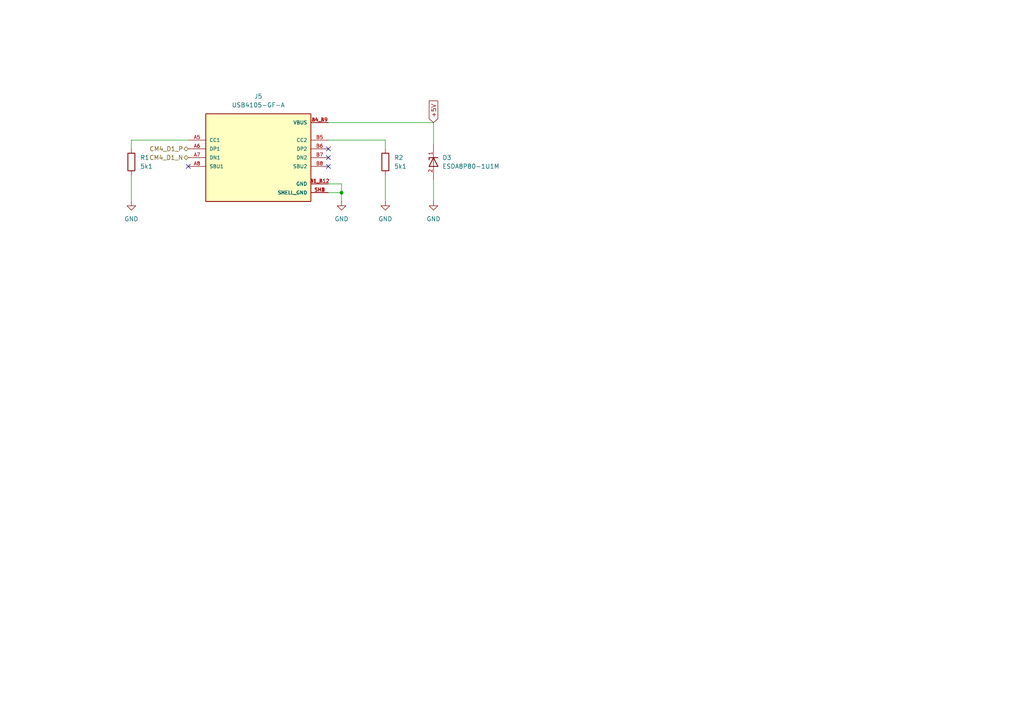
<source format=kicad_sch>
(kicad_sch (version 20231120) (generator "eeschema") (generator_version "8.0")
  (paper "A4")
  (lib_symbols
    (symbol "Device:R" (pin_numbers hide) (pin_names (offset 0))
      (property "Reference" "R" (at 2.032 0 90))
      (property "Value" "R" (at 0 0 90))
      (symbol "R_0_1"
        (rectangle (start -1.016 -2.54) (end 1.016 2.54) (stroke (width 0.254)))
      )
      (symbol "R_1_1"
        (pin passive line (at 0 3.81 270) (length 1.27) (name "~") (number "1"))
        (pin passive line (at 0 -3.81 90) (length 1.27) (name "~") (number "2"))
      )
    )
    (symbol "ESDA8P80-1U1M:ESDA8P80-1U1M" (pin_names (offset 1.016))
      (property "Reference" "D" (at -5.08 2.54 0))
      (property "Value" "ESDA8P80-1U1M" (at -5.08 -5.08 0))
      (symbol "ESDA8P80-1U1M_0_0"
        (polyline (pts (xy -1.27 -1.27) (xy -1.27 0)) (stroke (width 0.254)))
        (polyline (pts (xy -1.27 0) (xy -1.27 1.27)) (stroke (width 0.254)))
        (polyline (pts (xy -1.27 0) (xy 1.27 -1.27)) (stroke (width 0.254)))
        (polyline (pts (xy -0.635 -1.27) (xy -1.27 -1.27)) (stroke (width 0.254)))
        (polyline (pts (xy 1.27 -1.27) (xy 1.27 1.27)) (stroke (width 0.254)))
        (polyline (pts (xy 1.27 1.27) (xy -1.27 0)) (stroke (width 0.254)))
        (pin passive line (at -5.08 0 0) (length 5.08) (name "~") (number "1"))
        (pin passive line (at 5.08 0 180) (length 5.08) (name "~") (number "2"))
      )
    )
    (symbol "GND_1" (power) (pin_numbers hide) (pin_names (offset 0) hide)
      (property "Value" "GND" (at 0 -3.81 0))
      (symbol "GND_1_0_1"
        (polyline (pts (xy 0 0) (xy 0 -1.27) (xy 1.27 -1.27) (xy 0 -2.54) (xy -1.27 -1.27) (xy 0 -1.27)))
      )
      (symbol "GND_1_1_1"
        (pin power_in line (at 0 0 270) (length 0) (name "~") (number "1"))
      )
    )
    (symbol "USB4105-GF-A_1" (pin_names (offset 1.016))
      (property "Reference" "J" (at -15.24 13.97 0))
      (property "Value" "USB4105-GF-A" (at -15.24 -15.24 0))
      (symbol "USB4105-GF-A_1_0_0"
        (rectangle (start -15.24 -12.7) (end 15.24 12.7) (stroke (width 0.254)) (fill (type background)))
        (pin power_in line (at 20.32 -7.62 180) (length 5.08) (name "GND") (number "A1_B12"))
        (pin power_in line (at 20.32 10.16 180) (length 5.08) (name "VBUS") (number "A4_B9"))
        (pin bidirectional line (at -20.32 5.08 0) (length 5.08) (name "CC1") (number "A5"))
        (pin bidirectional line (at -20.32 2.54 0) (length 5.08) (name "DP1") (number "A6"))
        (pin bidirectional line (at -20.32 0 0) (length 5.08) (name "DN1") (number "A7"))
        (pin bidirectional line (at -20.32 -2.54 0) (length 5.08) (name "SBU1") (number "A8"))
        (pin power_in line (at 20.32 -7.62 180) (length 5.08) (name "GND") (number "B1_A12"))
        (pin power_in line (at 20.32 10.16 180) (length 5.08) (name "VBUS") (number "B4_A9"))
        (pin bidirectional line (at 20.32 5.08 180) (length 5.08) (name "CC2") (number "B5"))
        (pin bidirectional line (at 20.32 2.54 180) (length 5.08) (name "DP2") (number "B6"))
        (pin bidirectional line (at 20.32 0 180) (length 5.08) (name "DN2") (number "B7"))
        (pin bidirectional line (at 20.32 -2.54 180) (length 5.08) (name "SBU2") (number "B8"))
        (pin power_in line (at 20.32 -10.16 180) (length 5.08) (name "SHELL_GND") (number "SH1"))
        (pin power_in line (at 20.32 -10.16 180) (length 5.08) (name "SHELL_GND") (number "SH2"))
        (pin power_in line (at 20.32 -10.16 180) (length 5.08) (name "SHELL_GND") (number "SH3"))
        (pin power_in line (at 20.32 -10.16 180) (length 5.08) (name "SHELL_GND") (number "SH4"))
      )
    )
  )
  (junction (at 99.06 55.88))
  (no_connect (at 95.25 43.18))
  (no_connect (at 95.25 45.72))
  (no_connect (at 54.61 48.26))
  (no_connect (at 95.25 48.26))
  (wire (pts (xy 99.06 58.42) (xy 99.06 55.88)))
  (wire (pts (xy 95.25 35.56) (xy 125.73 35.56)))
  (wire (pts (xy 38.1 40.64) (xy 54.61 40.64)))
  (wire (pts (xy 125.73 35.56) (xy 125.73 41.91)))
  (wire (pts (xy 111.76 40.64) (xy 111.76 43.18)))
  (wire (pts (xy 38.1 43.18) (xy 38.1 40.64)))
  (wire (pts (xy 125.73 52.07) (xy 125.73 58.42)))
  (wire (pts (xy 95.25 40.64) (xy 111.76 40.64)))
  (wire (pts (xy 95.25 55.88) (xy 99.06 55.88)))
  (wire (pts (xy 99.06 55.88) (xy 99.06 53.34)))
  (wire (pts (xy 38.1 50.8) (xy 38.1 58.42)))
  (wire (pts (xy 111.76 50.8) (xy 111.76 58.42)))
  (wire (pts (xy 99.06 53.34) (xy 95.25 53.34)))
  (global_label "+5V" (shape input) (at 125.73 35.56 90) (property "Intersheetrefs" "${INTERSHEET_REFS}" (effects (hide yes))))
  (hierarchical_label "CM4_D1_P" (shape bidirectional) (at 54.61 43.18 180))
  (hierarchical_label "CM4_D1_N" (shape bidirectional) (at 54.61 45.72 180))
  (symbol (lib_name "GND_1") (lib_id "power:GND") (at 111.76 58.42 0) (unit 1)
    (property "Reference" "#PWR02" (effects (hide yes)))
    (property "Value" "GND" (at 111.76 63.5 0))
    (property "Description" "Power symbol creates a global label with name \"GND\" , ground" (effects (hide yes)))
  )
  (symbol (lib_name "USB4105-GF-A_1") (lib_id "USB4105-GF-A:USB4105-GF-A") (at 74.93 45.72 0) (unit 1)
    (property "Reference" "J5" (at 74.93 27.94 0))
    (property "Value" "USB4105-GF-A" (at 74.93 30.48 0))
    (property "Footprint" "USB4105-GF-A:GCT_USB4105-GF-A" (effects (hide yes)))
    (property "MF" "GCT" (effects (hide yes)))
    (property "MAXIMUM_PACKAGE_HEIGHT" "3.31mm" (effects (hide yes)))
    (property "Package" "None" (effects (hide yes)))
    (property "Price" "None" (effects (hide yes)))
    (property "Check_prices" "https://www.snapeda.com/parts/USB4105-GF-A/Global+Connector+Technology/view-part/?ref=eda" (effects (hide yes)))
    (property "STANDARD" "Manufacturer Recommendations" (effects (hide yes)))
    (property "PARTREV" "B3" (effects (hide yes)))
    (property "SnapEDA_Link" "https://www.snapeda.com/parts/USB4105-GF-A/Global+Connector+Technology/view-part/?ref=snap" (effects (hide yes)))
    (property "MP" "USB4105-GF-A" (effects (hide yes)))
    (property "Purchase-URL" "https://www.snapeda.com/api/url_track_click_mouser/?unipart_id=4423780&manufacturer=GCT&part_name=USB4105-GF-A&search_term=None" (effects (hide yes)))
    (property "Description_1" "\nUSB-C (USB TYPE-C) USB 2.0 Receptacle Connector 24 (16+8 Dummy) Position Surface Mount, Right Angle; Through Hole\n" (effects (hide yes)))
    (property "Availability" "In Stock" (effects (hide yes)))
    (property "MANUFACTURER" "Global Connector Technology" (effects (hide yes)))
  )
  (symbol (lib_name "GND_1") (lib_id "power:GND") (at 99.06 58.42 0) (unit 1)
    (property "Reference" "#PWR026" (effects (hide yes)))
    (property "Value" "GND" (at 99.06 63.5 0))
    (property "Description" "Power symbol creates a global label with name \"GND\" , ground" (effects (hide yes)))
  )
  (symbol (lib_name "GND_1") (lib_id "power:GND") (at 125.73 58.42 0) (unit 1)
    (property "Reference" "#PWR03" (effects (hide yes)))
    (property "Value" "GND" (at 125.73 63.5 0))
    (property "Description" "Power symbol creates a global label with name \"GND\" , ground" (effects (hide yes)))
  )
  (symbol (lib_id "ESDA8P80-1U1M:ESDA8P80-1U1M") (at 125.73 46.99 270) (unit 1)
    (property "Reference" "D3" (at 128.27 45.7199 90) (effects (justify left)))
    (property "Value" "ESDA8P80-1U1M" (at 128.27 48.2599 90) (effects (justify left)))
    (property "Footprint" "ESDA8P80-1U1M:TVS_ESDA8P80-1U1M" (effects (hide yes)))
    (property "MF" "STMicroelectronics" (effects (hide yes)))
    (property "MAXIMUM_PACKAGE_HEIGHT" "0.65 mm" (effects (hide yes)))
    (property "Package" "1610 STMicroelectronics" (effects (hide yes)))
    (property "Price" "None" (effects (hide yes)))
    (property "Check_prices" "https://www.snapeda.com/parts/ESDA8P80-1U1M/STMicroelectronics/view-part/?ref=eda" (effects (hide yes)))
    (property "STANDARD" "Manufacturer Recommendations" (effects (hide yes)))
    (property "PARTREV" "1" (effects (hide yes)))
    (property "SnapEDA_Link" "https://www.snapeda.com/parts/ESDA8P80-1U1M/STMicroelectronics/view-part/?ref=snap" (effects (hide yes)))
    (property "SNAPEDA_PACKAGE_ID" "17003" (effects (hide yes)))
    (property "MP" "ESDA8P80-1U1M" (effects (hide yes)))
    (property "Purchase-URL" "https://www.snapeda.com/api/url_track_click_mouser/?unipart_id=837626&manufacturer=STMicroelectronics&part_name=ESDA8P80-1U1M&search_term=esda8p80-1u1m" (effects (hide yes)))
    (property "Description_1" "\n13.2V Clamp 80A (8/20µs) Ipp Tvs Diode Surface Mount 1610\n" (effects (hide yes)))
    (property "SNAPEDA_PN" "ESDA8P80-1U1M" (effects (hide yes)))
    (property "Availability" "In Stock" (effects (hide yes)))
    (property "MANUFACTURER" "STMicroelectronics" (effects (hide yes)))
  )
  (symbol (lib_id "Device:R") (at 111.76 46.99 0) (unit 1)
    (property "Reference" "R2" (at 114.3 45.72 0) (effects (justify left)))
    (property "Value" "5k1" (at 114.3 48.26 0) (effects (justify left)))
    (property "Footprint" "Resistor_SMD:R_0603_1608Metric" (effects (hide yes)))
  )
  (symbol (lib_name "GND_1") (lib_id "power:GND") (at 38.1 58.42 0) (unit 1)
    (property "Reference" "#PWR01" (effects (hide yes)))
    (property "Value" "GND" (at 38.1 63.5 0))
    (property "Description" "Power symbol creates a global label with name \"GND\" , ground" (effects (hide yes)))
  )
  (symbol (lib_id "Device:R") (at 38.1 46.99 0) (unit 1)
    (property "Reference" "R1" (at 40.64 45.72 0) (effects (justify left)))
    (property "Value" "5k1" (at 40.64 48.26 0) (effects (justify left)))
    (property "Footprint" "Resistor_SMD:R_0603_1608Metric" (effects (hide yes)))
  )
)
</source>
